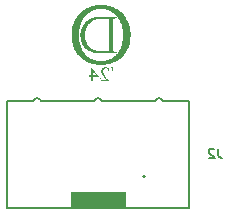
<source format=gbo>
G04 #@! TF.GenerationSoftware,KiCad,Pcbnew,8.0.2-1*
G04 #@! TF.CreationDate,2024-12-21T19:46:59+01:00*
G04 #@! TF.ProjectId,ten_to_six,74656e5f-746f-45f7-9369-782e6b696361,rev?*
G04 #@! TF.SameCoordinates,Original*
G04 #@! TF.FileFunction,Legend,Bot*
G04 #@! TF.FilePolarity,Positive*
%FSLAX46Y46*%
G04 Gerber Fmt 4.6, Leading zero omitted, Abs format (unit mm)*
G04 Created by KiCad (PCBNEW 8.0.2-1) date 2024-12-21 19:46:59*
%MOMM*%
%LPD*%
G01*
G04 APERTURE LIST*
%ADD10C,0.150000*%
%ADD11C,0.200000*%
%ADD12C,0.010000*%
%ADD13C,0.000000*%
%ADD14C,1.524000*%
%ADD15C,1.854000*%
G04 APERTURE END LIST*
D10*
X135420066Y-91205495D02*
X135420066Y-91776923D01*
X135420066Y-91776923D02*
X135458161Y-91891209D01*
X135458161Y-91891209D02*
X135534352Y-91967400D01*
X135534352Y-91967400D02*
X135648637Y-92005495D01*
X135648637Y-92005495D02*
X135724828Y-92005495D01*
X135077209Y-91281685D02*
X135039113Y-91243590D01*
X135039113Y-91243590D02*
X134962923Y-91205495D01*
X134962923Y-91205495D02*
X134772447Y-91205495D01*
X134772447Y-91205495D02*
X134696256Y-91243590D01*
X134696256Y-91243590D02*
X134658161Y-91281685D01*
X134658161Y-91281685D02*
X134620066Y-91357876D01*
X134620066Y-91357876D02*
X134620066Y-91434066D01*
X134620066Y-91434066D02*
X134658161Y-91548352D01*
X134658161Y-91548352D02*
X135115304Y-92005495D01*
X135115304Y-92005495D02*
X134620066Y-92005495D01*
D11*
X117482000Y-87169000D02*
X117482000Y-96219000D01*
X117482000Y-87169000D02*
X119752000Y-87169000D01*
X117482000Y-96219000D02*
X132962000Y-96219000D01*
X124912000Y-87169000D02*
X120392000Y-87169000D01*
X130072000Y-87169000D02*
X125552000Y-87169000D01*
X132962000Y-87169000D02*
X130712000Y-87169000D01*
X132962000Y-96219000D02*
X132962000Y-87169000D01*
X119752000Y-87169000D02*
G75*
G02*
X120392000Y-87169000I320000J-125001D01*
G01*
X124912000Y-87169000D02*
G75*
G02*
X125552000Y-87169000I320000J-125001D01*
G01*
X130072000Y-87169000D02*
G75*
G02*
X130712000Y-87169000I320000J-125001D01*
G01*
X129222000Y-93564000D02*
G75*
G02*
X129022000Y-93564000I-100000J0D01*
G01*
X129022000Y-93564000D02*
G75*
G02*
X129222000Y-93564000I100000J0D01*
G01*
D12*
X127472000Y-96119000D02*
X122972000Y-96119000D01*
X122972000Y-94869000D01*
X127472000Y-94869000D01*
X127472000Y-96119000D01*
G36*
X127472000Y-96119000D02*
G01*
X122972000Y-96119000D01*
X122972000Y-94869000D01*
X127472000Y-94869000D01*
X127472000Y-96119000D01*
G37*
D13*
G36*
X126372443Y-84325610D02*
G01*
X126378491Y-84326834D01*
X126392938Y-84329747D01*
X126411537Y-84333490D01*
X126431754Y-84337553D01*
X126476555Y-84346550D01*
X126477016Y-84423165D01*
X126477417Y-84452061D01*
X126479262Y-84496945D01*
X126482810Y-84538056D01*
X126488349Y-84578351D01*
X126496165Y-84620785D01*
X126496284Y-84621374D01*
X126500867Y-84645232D01*
X126503370Y-84662067D01*
X126503850Y-84673091D01*
X126502360Y-84679517D01*
X126498955Y-84682557D01*
X126496910Y-84683354D01*
X126491718Y-84685046D01*
X126490315Y-84684588D01*
X126483504Y-84680688D01*
X126473457Y-84674048D01*
X126455094Y-84657987D01*
X126435013Y-84632214D01*
X126416583Y-84599648D01*
X126400134Y-84561187D01*
X126385996Y-84517734D01*
X126374499Y-84470188D01*
X126365973Y-84419450D01*
X126360748Y-84366421D01*
X126357933Y-84322665D01*
X126372443Y-84325610D01*
G37*
G36*
X125209553Y-85001199D02*
G01*
X125225809Y-85022000D01*
X125239146Y-85039326D01*
X125249851Y-85053555D01*
X125258214Y-85065065D01*
X125264525Y-85074234D01*
X125269071Y-85081438D01*
X125272143Y-85087057D01*
X125274029Y-85091467D01*
X125275018Y-85095047D01*
X125275400Y-85098173D01*
X125275463Y-85101225D01*
X125275463Y-85120592D01*
X125019457Y-85120592D01*
X124763452Y-85120592D01*
X124763452Y-85270066D01*
X124763456Y-85286471D01*
X124763544Y-85325871D01*
X124763828Y-85357978D01*
X124764416Y-85383699D01*
X124765415Y-85403943D01*
X124766933Y-85419617D01*
X124769076Y-85431628D01*
X124771953Y-85440886D01*
X124775670Y-85448297D01*
X124780336Y-85454771D01*
X124786056Y-85461213D01*
X124791177Y-85466274D01*
X124805107Y-85475925D01*
X124822611Y-85482109D01*
X124846103Y-85485814D01*
X124874388Y-85488712D01*
X124874388Y-85509456D01*
X124874388Y-85530201D01*
X124697317Y-85530201D01*
X124520247Y-85530201D01*
X124520247Y-85509456D01*
X124520247Y-85488712D01*
X124548532Y-85485814D01*
X124567238Y-85483145D01*
X124585826Y-85477554D01*
X124600227Y-85468492D01*
X124612828Y-85454809D01*
X124624782Y-85439142D01*
X124625998Y-85279867D01*
X124627213Y-85120592D01*
X124557356Y-85120592D01*
X124487500Y-85120592D01*
X124467606Y-85048773D01*
X124462223Y-85029155D01*
X124456434Y-85007575D01*
X124451837Y-84989891D01*
X124448805Y-84977544D01*
X124447712Y-84971971D01*
X124448206Y-84970681D01*
X124454839Y-84967962D01*
X124468248Y-84966989D01*
X124481576Y-84967819D01*
X124491589Y-84971560D01*
X124501072Y-84979816D01*
X124511100Y-84988439D01*
X124523206Y-84994569D01*
X124538876Y-84998454D01*
X124559745Y-85000497D01*
X124587448Y-85001099D01*
X124631183Y-85001123D01*
X124631183Y-84786871D01*
X124763452Y-84786871D01*
X124763452Y-85001123D01*
X124936917Y-85001123D01*
X124958925Y-85001120D01*
X124998022Y-85001083D01*
X125029685Y-85000975D01*
X125054652Y-85000766D01*
X125073662Y-85000421D01*
X125087453Y-84999907D01*
X125096765Y-84999192D01*
X125102335Y-84998243D01*
X125104903Y-84997025D01*
X125105207Y-84995508D01*
X125103985Y-84993656D01*
X125100308Y-84989171D01*
X125091746Y-84978610D01*
X125078800Y-84962593D01*
X125061958Y-84941723D01*
X125041703Y-84916603D01*
X125018521Y-84887833D01*
X124992898Y-84856017D01*
X124965320Y-84821756D01*
X124936271Y-84785652D01*
X124907508Y-84749911D01*
X124879959Y-84715705D01*
X124854375Y-84683969D01*
X124831241Y-84655299D01*
X124811039Y-84630294D01*
X124794251Y-84609551D01*
X124781361Y-84593667D01*
X124772850Y-84583240D01*
X124769203Y-84578867D01*
X124768986Y-84578655D01*
X124767704Y-84578730D01*
X124766629Y-84581763D01*
X124765744Y-84588375D01*
X124765033Y-84599184D01*
X124764479Y-84614809D01*
X124764064Y-84635871D01*
X124763770Y-84662989D01*
X124763582Y-84696782D01*
X124763482Y-84737870D01*
X124763452Y-84786871D01*
X124631183Y-84786871D01*
X124631183Y-84661916D01*
X124631183Y-84322709D01*
X124648044Y-84322709D01*
X124664905Y-84322709D01*
X124970184Y-84702283D01*
X124989716Y-84726570D01*
X125034507Y-84782271D01*
X125074353Y-84831852D01*
X125109546Y-84875693D01*
X125140373Y-84914170D01*
X125167124Y-84947662D01*
X125190087Y-84976545D01*
X125205060Y-84995508D01*
X125209553Y-85001199D01*
G37*
G36*
X125865998Y-84325318D02*
G01*
X125893029Y-84325546D01*
X125913908Y-84326172D01*
X125930637Y-84327391D01*
X125945217Y-84329396D01*
X125959649Y-84332381D01*
X125975934Y-84336541D01*
X125981118Y-84337966D01*
X126022341Y-84351337D01*
X126062649Y-84367785D01*
X126100144Y-84386379D01*
X126132928Y-84406189D01*
X126159101Y-84426284D01*
X126174454Y-84440045D01*
X126159242Y-84541386D01*
X126157789Y-84551017D01*
X126152890Y-84582446D01*
X126148827Y-84606443D01*
X126145429Y-84623825D01*
X126142522Y-84635413D01*
X126139932Y-84642026D01*
X126137489Y-84644483D01*
X126136877Y-84644641D01*
X126127734Y-84646602D01*
X126115595Y-84648815D01*
X126100243Y-84651393D01*
X126097593Y-84611041D01*
X126094968Y-84585609D01*
X126085544Y-84543889D01*
X126070058Y-84508037D01*
X126048426Y-84477878D01*
X126020562Y-84453238D01*
X125992687Y-84435864D01*
X125951098Y-84417877D01*
X125906076Y-84407262D01*
X125856818Y-84403777D01*
X125848938Y-84403878D01*
X125807625Y-84408293D01*
X125771053Y-84419469D01*
X125738450Y-84437718D01*
X125709040Y-84463350D01*
X125687131Y-84489923D01*
X125668906Y-84521413D01*
X125655839Y-84557017D01*
X125647513Y-84597892D01*
X125643510Y-84645196D01*
X125643500Y-84645465D01*
X125643230Y-84681204D01*
X125645587Y-84714448D01*
X125650988Y-84746749D01*
X125659851Y-84779659D01*
X125672593Y-84814731D01*
X125689631Y-84853516D01*
X125711384Y-84897568D01*
X125714964Y-84904459D01*
X125747051Y-84961010D01*
X125785784Y-85021340D01*
X125830640Y-85084788D01*
X125881095Y-85150691D01*
X125936626Y-85218387D01*
X125996711Y-85287215D01*
X126060827Y-85356511D01*
X126128451Y-85425615D01*
X126130290Y-85427444D01*
X126151957Y-85449040D01*
X126168347Y-85465632D01*
X126180195Y-85478149D01*
X126188238Y-85487517D01*
X126193212Y-85494663D01*
X126195853Y-85500514D01*
X126196897Y-85505998D01*
X126197082Y-85512042D01*
X126197082Y-85530251D01*
X125846228Y-85529159D01*
X125495374Y-85528068D01*
X125451813Y-85402198D01*
X125446737Y-85387499D01*
X125436374Y-85357275D01*
X125427118Y-85329995D01*
X125419312Y-85306683D01*
X125413294Y-85288360D01*
X125409407Y-85276049D01*
X125407992Y-85270773D01*
X125409169Y-85268189D01*
X125415991Y-85266367D01*
X125429954Y-85266506D01*
X125452175Y-85267795D01*
X125474683Y-85304063D01*
X125483579Y-85318009D01*
X125503894Y-85346293D01*
X125523537Y-85367797D01*
X125543700Y-85383525D01*
X125565573Y-85394482D01*
X125590346Y-85401673D01*
X125593322Y-85402178D01*
X125607458Y-85403467D01*
X125629828Y-85404533D01*
X125660212Y-85405370D01*
X125698390Y-85405975D01*
X125744142Y-85406342D01*
X125797248Y-85406465D01*
X125981540Y-85406465D01*
X125887411Y-85311530D01*
X125883142Y-85307222D01*
X125844985Y-85268503D01*
X125812048Y-85234602D01*
X125783454Y-85204559D01*
X125758328Y-85177412D01*
X125735793Y-85152200D01*
X125714973Y-85127964D01*
X125694992Y-85103743D01*
X125674974Y-85078574D01*
X125651867Y-85048393D01*
X125607313Y-84985372D01*
X125570146Y-84925288D01*
X125540124Y-84867697D01*
X125517003Y-84812152D01*
X125500542Y-84758208D01*
X125495646Y-84731924D01*
X125492371Y-84699495D01*
X125491015Y-84664674D01*
X125491605Y-84630131D01*
X125494165Y-84598536D01*
X125498724Y-84572561D01*
X125504018Y-84553568D01*
X125523148Y-84505146D01*
X125548984Y-84461895D01*
X125581334Y-84424055D01*
X125620004Y-84391867D01*
X125664804Y-84365568D01*
X125668705Y-84363681D01*
X125699163Y-84350044D01*
X125727330Y-84339893D01*
X125755353Y-84332786D01*
X125785376Y-84328281D01*
X125819546Y-84325934D01*
X125860008Y-84325303D01*
X125865998Y-84325318D01*
G37*
G36*
X126530748Y-82934664D02*
G01*
X126558866Y-82961923D01*
X126588874Y-82982163D01*
X126599763Y-82987664D01*
X126620199Y-82996123D01*
X126641551Y-83002088D01*
X126665707Y-83005912D01*
X126694552Y-83007948D01*
X126729976Y-83008548D01*
X126794428Y-83008548D01*
X126794428Y-83066292D01*
X126794428Y-83124036D01*
X125963477Y-83122510D01*
X125905938Y-83122406D01*
X125810705Y-83122235D01*
X125723386Y-83122073D01*
X125643585Y-83121913D01*
X125570905Y-83121744D01*
X125504952Y-83121559D01*
X125445328Y-83121348D01*
X125391639Y-83121103D01*
X125343488Y-83120814D01*
X125300479Y-83120472D01*
X125262217Y-83120070D01*
X125228305Y-83119597D01*
X125198348Y-83119046D01*
X125171950Y-83118406D01*
X125148715Y-83117670D01*
X125128247Y-83116829D01*
X125110151Y-83115872D01*
X125094029Y-83114793D01*
X125079487Y-83113581D01*
X125066129Y-83112228D01*
X125053558Y-83110725D01*
X125041379Y-83109064D01*
X125029195Y-83107234D01*
X125016612Y-83105228D01*
X125003233Y-83103037D01*
X124988662Y-83100651D01*
X124908518Y-83085756D01*
X124796417Y-83058309D01*
X124688575Y-83023942D01*
X124585226Y-82982807D01*
X124486604Y-82935056D01*
X124392946Y-82880839D01*
X124304484Y-82820310D01*
X124221454Y-82753618D01*
X124144090Y-82680917D01*
X124072627Y-82602357D01*
X124007300Y-82518091D01*
X123948343Y-82428269D01*
X123900881Y-82342786D01*
X123854632Y-82243148D01*
X123815467Y-82139219D01*
X123783575Y-82031510D01*
X123759146Y-81920525D01*
X123755958Y-81902893D01*
X123749638Y-81865571D01*
X123744573Y-81831149D01*
X123740632Y-81797996D01*
X123737686Y-81764479D01*
X123735606Y-81728965D01*
X123734262Y-81689822D01*
X123733525Y-81645417D01*
X123733359Y-81612625D01*
X124127365Y-81612625D01*
X124129711Y-81694251D01*
X124134961Y-81773502D01*
X124143104Y-81847990D01*
X124157449Y-81935303D01*
X124181245Y-82038241D01*
X124211911Y-82138173D01*
X124249169Y-82234391D01*
X124292739Y-82326186D01*
X124342342Y-82412852D01*
X124397700Y-82493680D01*
X124405971Y-82504407D01*
X124427758Y-82530721D01*
X124453392Y-82559678D01*
X124481360Y-82589713D01*
X124510154Y-82619259D01*
X124538263Y-82646752D01*
X124564176Y-82670623D01*
X124586382Y-82689308D01*
X124622650Y-82716627D01*
X124698835Y-82766992D01*
X124778356Y-82810285D01*
X124861776Y-82846736D01*
X124949658Y-82876578D01*
X125042565Y-82900042D01*
X125141060Y-82917359D01*
X125145444Y-82917952D01*
X125154873Y-82919052D01*
X125165541Y-82920036D01*
X125177972Y-82920911D01*
X125192684Y-82921688D01*
X125210200Y-82922374D01*
X125231040Y-82922979D01*
X125255726Y-82923512D01*
X125284777Y-82923983D01*
X125318715Y-82924399D01*
X125358062Y-82924771D01*
X125403337Y-82925107D01*
X125455062Y-82925416D01*
X125513757Y-82925708D01*
X125579944Y-82925991D01*
X125654144Y-82926274D01*
X126116027Y-82927964D01*
X126114954Y-81593294D01*
X126113880Y-80258624D01*
X125734139Y-80257353D01*
X125727549Y-80257332D01*
X125643168Y-80257130D01*
X125566801Y-80257105D01*
X125497965Y-80257267D01*
X125436177Y-80257629D01*
X125380954Y-80258201D01*
X125331813Y-80258993D01*
X125288273Y-80260019D01*
X125249849Y-80261288D01*
X125216060Y-80262813D01*
X125186422Y-80264603D01*
X125160454Y-80266671D01*
X125137672Y-80269028D01*
X125117593Y-80271684D01*
X125094700Y-80275303D01*
X124997156Y-80295725D01*
X124903603Y-80323676D01*
X124813963Y-80359184D01*
X124728160Y-80402281D01*
X124646116Y-80452995D01*
X124586609Y-80496810D01*
X124517276Y-80557255D01*
X124452913Y-80624240D01*
X124393718Y-80697412D01*
X124339890Y-80776415D01*
X124291629Y-80860895D01*
X124249133Y-80950498D01*
X124212602Y-81044869D01*
X124182235Y-81143654D01*
X124158229Y-81246498D01*
X124140786Y-81353047D01*
X124137858Y-81377375D01*
X124131427Y-81451799D01*
X124127933Y-81531012D01*
X124127365Y-81612625D01*
X123733359Y-81612625D01*
X123733266Y-81594118D01*
X123733318Y-81550484D01*
X123733688Y-81509639D01*
X123734492Y-81474246D01*
X123735842Y-81442700D01*
X123737851Y-81413395D01*
X123740630Y-81384725D01*
X123744291Y-81355085D01*
X123748946Y-81322869D01*
X123754706Y-81286472D01*
X123763857Y-81235588D01*
X123789155Y-81127749D01*
X123821833Y-81023023D01*
X123861657Y-80921838D01*
X123908389Y-80824620D01*
X123961793Y-80731798D01*
X124021634Y-80643798D01*
X124087676Y-80561047D01*
X124159681Y-80483974D01*
X124237414Y-80413005D01*
X124279238Y-80379207D01*
X124366623Y-80316717D01*
X124459479Y-80260495D01*
X124557415Y-80210714D01*
X124660037Y-80167548D01*
X124766954Y-80131169D01*
X124877772Y-80101750D01*
X124992101Y-80079467D01*
X124997818Y-80078544D01*
X125012509Y-80076164D01*
X125026167Y-80073981D01*
X125039190Y-80071985D01*
X125051978Y-80070168D01*
X125064929Y-80068520D01*
X125078442Y-80067032D01*
X125092915Y-80065695D01*
X125108746Y-80064501D01*
X125126335Y-80063439D01*
X125146080Y-80062501D01*
X125168379Y-80061678D01*
X125193631Y-80060960D01*
X125222236Y-80060339D01*
X125254590Y-80059805D01*
X125291094Y-80059349D01*
X125332145Y-80058963D01*
X125378142Y-80058637D01*
X125429484Y-80058362D01*
X125486569Y-80058129D01*
X125549796Y-80057929D01*
X125619563Y-80057752D01*
X125696270Y-80057590D01*
X125780315Y-80057434D01*
X125872095Y-80057274D01*
X125972011Y-80057101D01*
X126794428Y-80055665D01*
X126794428Y-80114997D01*
X126794428Y-80174330D01*
X126722960Y-80176490D01*
X126693120Y-80177619D01*
X126669989Y-80179096D01*
X126651879Y-80181115D01*
X126637033Y-80183873D01*
X126623693Y-80187565D01*
X126594292Y-80199237D01*
X126561815Y-80217140D01*
X126532063Y-80238658D01*
X126506964Y-80262374D01*
X126488447Y-80286873D01*
X126485821Y-80291027D01*
X126483361Y-80294605D01*
X126481072Y-80297881D01*
X126478948Y-80301152D01*
X126476982Y-80304712D01*
X126475170Y-80308854D01*
X126473505Y-80313874D01*
X126471982Y-80320066D01*
X126470594Y-80327725D01*
X126469336Y-80337144D01*
X126468202Y-80348618D01*
X126467185Y-80362443D01*
X126466281Y-80378911D01*
X126465484Y-80398319D01*
X126464787Y-80420959D01*
X126464184Y-80447127D01*
X126463670Y-80477117D01*
X126463240Y-80511224D01*
X126462886Y-80549742D01*
X126462604Y-80592965D01*
X126462387Y-80641189D01*
X126462229Y-80694706D01*
X126462126Y-80753813D01*
X126462070Y-80818803D01*
X126462056Y-80889971D01*
X126462078Y-80967611D01*
X126462131Y-81052017D01*
X126462208Y-81143485D01*
X126462304Y-81242309D01*
X126462412Y-81348783D01*
X126462528Y-81463201D01*
X126462644Y-81585858D01*
X126463754Y-82810144D01*
X126473643Y-82837878D01*
X126484928Y-82865028D01*
X126505707Y-82901870D01*
X126525632Y-82927964D01*
X126530748Y-82934664D01*
G37*
G36*
X127973764Y-81722323D02*
G01*
X127964131Y-81876813D01*
X127947158Y-82027163D01*
X127922801Y-82173563D01*
X127891019Y-82316196D01*
X127851770Y-82455252D01*
X127805011Y-82590915D01*
X127750698Y-82723373D01*
X127688791Y-82852811D01*
X127665060Y-82897900D01*
X127594162Y-83020711D01*
X127517224Y-83137508D01*
X127434319Y-83248226D01*
X127345523Y-83352799D01*
X127250908Y-83451162D01*
X127150550Y-83543249D01*
X127044521Y-83628997D01*
X126932897Y-83708338D01*
X126815750Y-83781209D01*
X126693156Y-83847544D01*
X126565187Y-83907278D01*
X126431918Y-83960346D01*
X126381922Y-83977977D01*
X126251039Y-84018269D01*
X126114997Y-84051995D01*
X125974072Y-84079099D01*
X125828538Y-84099525D01*
X125678671Y-84113218D01*
X125632047Y-84115700D01*
X125572255Y-84117399D01*
X125507436Y-84117919D01*
X125439413Y-84117306D01*
X125370008Y-84115605D01*
X125301046Y-84112864D01*
X125234347Y-84109129D01*
X125171736Y-84104447D01*
X125115034Y-84098863D01*
X124983852Y-84080739D01*
X124842569Y-84053682D01*
X124704570Y-84019291D01*
X124570117Y-83977711D01*
X124439473Y-83929088D01*
X124312903Y-83873566D01*
X124190670Y-83811289D01*
X124073036Y-83742404D01*
X123960266Y-83667055D01*
X123852623Y-83585386D01*
X123750370Y-83497543D01*
X123653770Y-83403671D01*
X123563088Y-83303915D01*
X123478586Y-83198419D01*
X123426579Y-83126342D01*
X123349452Y-83007687D01*
X123279186Y-82884238D01*
X123215932Y-82756362D01*
X123159841Y-82624428D01*
X123111066Y-82488802D01*
X123069759Y-82349854D01*
X123036070Y-82207951D01*
X123010153Y-82063462D01*
X122997539Y-81969378D01*
X122984439Y-81831197D01*
X122977310Y-81691124D01*
X122976632Y-81611967D01*
X123609409Y-81611967D01*
X123612545Y-81742008D01*
X123620395Y-81870231D01*
X123632963Y-81994997D01*
X123650253Y-82114663D01*
X123673790Y-82236739D01*
X123706241Y-82369203D01*
X123745166Y-82498093D01*
X123790355Y-82622879D01*
X123841597Y-82743031D01*
X123898682Y-82858017D01*
X123961398Y-82967306D01*
X124029536Y-83070368D01*
X124031719Y-83073439D01*
X124105872Y-83170400D01*
X124185635Y-83261123D01*
X124270759Y-83345423D01*
X124360993Y-83423111D01*
X124456087Y-83494001D01*
X124555791Y-83557906D01*
X124659855Y-83614639D01*
X124768028Y-83664013D01*
X124880060Y-83705841D01*
X124931913Y-83722248D01*
X125025995Y-83747468D01*
X125122776Y-83767541D01*
X125223826Y-83782771D01*
X125330717Y-83793464D01*
X125358301Y-83795126D01*
X125396534Y-83796453D01*
X125439310Y-83797138D01*
X125484496Y-83797196D01*
X125529957Y-83796641D01*
X125573563Y-83795484D01*
X125613178Y-83793742D01*
X125646671Y-83791427D01*
X125718299Y-83783894D01*
X125839827Y-83764937D01*
X125957391Y-83738486D01*
X126071241Y-83704443D01*
X126181626Y-83662709D01*
X126288792Y-83613186D01*
X126392989Y-83555776D01*
X126494465Y-83490381D01*
X126593468Y-83416903D01*
X126597340Y-83413800D01*
X126621520Y-83393330D01*
X126649738Y-83367950D01*
X126680682Y-83338962D01*
X126713041Y-83307667D01*
X126745504Y-83275367D01*
X126776759Y-83243364D01*
X126805494Y-83212959D01*
X126830398Y-83185454D01*
X126850159Y-83162151D01*
X126870767Y-83136147D01*
X126946219Y-83032302D01*
X127015069Y-82923083D01*
X127077296Y-82808539D01*
X127132881Y-82688721D01*
X127181804Y-82563678D01*
X127224044Y-82433461D01*
X127259583Y-82298119D01*
X127288399Y-82157702D01*
X127310473Y-82012260D01*
X127311132Y-82007031D01*
X127316777Y-81960303D01*
X127321443Y-81917303D01*
X127325213Y-81876498D01*
X127328174Y-81836357D01*
X127330410Y-81795348D01*
X127332006Y-81751937D01*
X127333048Y-81704595D01*
X127333620Y-81651788D01*
X127333807Y-81591985D01*
X127333728Y-81547593D01*
X127333240Y-81490042D01*
X127332237Y-81438465D01*
X127330636Y-81391360D01*
X127328355Y-81347223D01*
X127325313Y-81304550D01*
X127321427Y-81261837D01*
X127316615Y-81217582D01*
X127310796Y-81170280D01*
X127306287Y-81136693D01*
X127282352Y-80991528D01*
X127251889Y-80851835D01*
X127214883Y-80717575D01*
X127171319Y-80588710D01*
X127121182Y-80465200D01*
X127064456Y-80347008D01*
X127001125Y-80234095D01*
X126931175Y-80126423D01*
X126854590Y-80023952D01*
X126850369Y-80018713D01*
X126809848Y-79971406D01*
X126763563Y-79921944D01*
X126713164Y-79871865D01*
X126660300Y-79822709D01*
X126606621Y-79776017D01*
X126553777Y-79733328D01*
X126503417Y-79696182D01*
X126429489Y-79647501D01*
X126335195Y-79592810D01*
X126237614Y-79543824D01*
X126138124Y-79501176D01*
X126038108Y-79465500D01*
X125938943Y-79437426D01*
X125913698Y-79431430D01*
X125794745Y-79407986D01*
X125674605Y-79392028D01*
X125553911Y-79383488D01*
X125433292Y-79382300D01*
X125313383Y-79388397D01*
X125194814Y-79401712D01*
X125078218Y-79422179D01*
X124964227Y-79449730D01*
X124853472Y-79484299D01*
X124746585Y-79525820D01*
X124644199Y-79574224D01*
X124581860Y-79607895D01*
X124503936Y-79654521D01*
X124430958Y-79703998D01*
X124361102Y-79757665D01*
X124292545Y-79816859D01*
X124223463Y-79882919D01*
X124202885Y-79903675D01*
X124164969Y-79943192D01*
X124131327Y-79980315D01*
X124100309Y-80016961D01*
X124070264Y-80055046D01*
X124039543Y-80096487D01*
X123987088Y-80172905D01*
X123920311Y-80282932D01*
X123859711Y-80398623D01*
X123805378Y-80519759D01*
X123757400Y-80646121D01*
X123715865Y-80777491D01*
X123680863Y-80913648D01*
X123652481Y-81054374D01*
X123643944Y-81106472D01*
X123628255Y-81227363D01*
X123617268Y-81353004D01*
X123610985Y-81481752D01*
X123609409Y-81611967D01*
X122976632Y-81611967D01*
X122976104Y-81550343D01*
X122980775Y-81410039D01*
X122991275Y-81271398D01*
X123007557Y-81135605D01*
X123029575Y-81003845D01*
X123057280Y-80877303D01*
X123080658Y-80789809D01*
X123120396Y-80663953D01*
X123166723Y-80539792D01*
X123219171Y-80418318D01*
X123277272Y-80300525D01*
X123340557Y-80187404D01*
X123408559Y-80079949D01*
X123480810Y-79979151D01*
X123504458Y-79948728D01*
X123593882Y-79842429D01*
X123688998Y-79742429D01*
X123789643Y-79648834D01*
X123895651Y-79561749D01*
X124006860Y-79481282D01*
X124123104Y-79407539D01*
X124244220Y-79340624D01*
X124370043Y-79280645D01*
X124500411Y-79227707D01*
X124635157Y-79181917D01*
X124774119Y-79143380D01*
X124879849Y-79119611D01*
X125020949Y-79094789D01*
X125165238Y-79076834D01*
X125311686Y-79065746D01*
X125459258Y-79061525D01*
X125606924Y-79064169D01*
X125753652Y-79073680D01*
X125898408Y-79090059D01*
X126040162Y-79113303D01*
X126177882Y-79143414D01*
X126225670Y-79155736D01*
X126363657Y-79196895D01*
X126497146Y-79245165D01*
X126625983Y-79300427D01*
X126750016Y-79362560D01*
X126869093Y-79431444D01*
X126983062Y-79506960D01*
X127091770Y-79588987D01*
X127195064Y-79677406D01*
X127292792Y-79772097D01*
X127384802Y-79872939D01*
X127470941Y-79979813D01*
X127551056Y-80092599D01*
X127624996Y-80211176D01*
X127692608Y-80335425D01*
X127749849Y-80455798D01*
X127803480Y-80585999D01*
X127849708Y-80718775D01*
X127888616Y-80854489D01*
X127920284Y-80993504D01*
X127944796Y-81136185D01*
X127962234Y-81282894D01*
X127972680Y-81433995D01*
X127976215Y-81589852D01*
X127976176Y-81591985D01*
X127973764Y-81722323D01*
G37*
%LPC*%
D14*
X136652000Y-76843128D03*
X136652000Y-74303128D03*
X134112000Y-76843128D03*
X134112000Y-74303128D03*
X131572000Y-76843128D03*
X131572000Y-74303128D03*
X129032000Y-76843128D03*
X129032000Y-74303128D03*
X126492000Y-76843128D03*
X126492000Y-74303128D03*
X123952000Y-76843128D03*
X123952000Y-74303128D03*
X121412000Y-76843128D03*
X121412000Y-74303128D03*
X118872000Y-76843128D03*
X118872000Y-74303128D03*
X116332000Y-76843128D03*
X116332000Y-74303128D03*
X113792000Y-76843128D03*
X113792000Y-74303128D03*
D15*
X127762000Y-92964000D03*
X127762000Y-90424000D03*
X125222000Y-92964000D03*
X125222000Y-90424000D03*
X122682000Y-92964000D03*
X122682000Y-90424000D03*
%LPD*%
M02*

</source>
